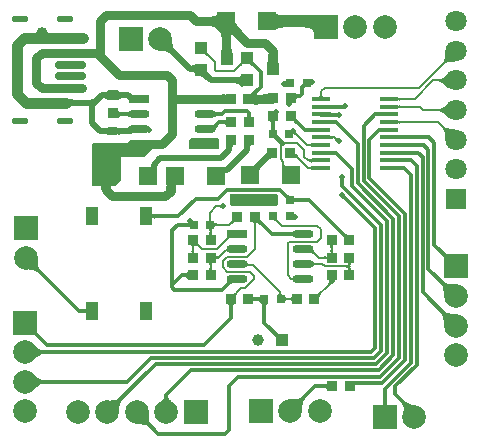
<source format=gbr>
G04*
G04 #@! TF.GenerationSoftware,Altium Limited,Altium Designer,22.4.2 (48)*
G04*
G04 Layer_Physical_Order=1*
G04 Layer_Color=255*
%FSLAX25Y25*%
%MOIN*%
G70*
G04*
G04 #@! TF.SameCoordinates,BD52291B-EC81-4074-921C-677567915CDC*
G04*
G04*
G04 #@! TF.FilePolarity,Positive*
G04*
G01*
G75*
%ADD10C,0.00787*%
%ADD11C,0.01181*%
%ADD13C,0.01575*%
%ADD21R,0.03937X0.05906*%
%ADD22R,0.07087X0.02559*%
%ADD23O,0.07087X0.02559*%
%ADD24R,0.03000X0.03000*%
%ADD25R,0.03543X0.03543*%
%ADD26R,0.06000X0.06000*%
%ADD27R,0.03937X0.03937*%
%ADD28R,0.03000X0.03000*%
%ADD29R,0.06299X0.01575*%
%ADD30R,0.03543X0.03543*%
%ADD31R,0.05906X0.06299*%
%ADD32C,0.03543*%
%ADD33C,0.03150*%
%ADD34C,0.02756*%
%ADD44R,0.03937X0.03937*%
%ADD55C,0.03937*%
%ADD56C,0.01968*%
%ADD57R,0.07874X0.07874*%
%ADD58C,0.07874*%
%ADD59C,0.07087*%
%ADD60R,0.07087X0.07087*%
%ADD61R,0.07874X0.07874*%
%ADD62C,0.03937*%
G04:AMPARAMS|DCode=63|XSize=55.12mil|YSize=19.68mil|CornerRadius=4.92mil|HoleSize=0mil|Usage=FLASHONLY|Rotation=0.000|XOffset=0mil|YOffset=0mil|HoleType=Round|Shape=RoundedRectangle|*
%AMROUNDEDRECTD63*
21,1,0.05512,0.00984,0,0,0.0*
21,1,0.04528,0.01968,0,0,0.0*
1,1,0.00984,0.02264,-0.00492*
1,1,0.00984,-0.02264,-0.00492*
1,1,0.00984,-0.02264,0.00492*
1,1,0.00984,0.02264,0.00492*
%
%ADD63ROUNDEDRECTD63*%
%ADD64C,0.01968*%
G36*
X91610Y140590D02*
X91728Y140416D01*
X91925Y140263D01*
X92201Y140131D01*
X92555Y140019D01*
X92988Y139927D01*
X93500Y139856D01*
X94090Y139805D01*
X95508Y139764D01*
Y135827D01*
X94760Y135817D01*
X92988Y135664D01*
X92555Y135572D01*
X92201Y135460D01*
X91925Y135327D01*
X91728Y135174D01*
X91610Y135001D01*
X91571Y134807D01*
Y140783D01*
X91610Y140590D01*
D02*
G37*
G36*
X104343Y139752D02*
X104355Y133858D01*
X104314Y134232D01*
X104195Y134567D01*
X103998Y134862D01*
X103721Y135118D01*
X103366Y135335D01*
X102931Y135512D01*
X102418Y135650D01*
X101826Y135748D01*
X101155Y135807D01*
X100406Y135827D01*
Y139764D01*
X104343Y139752D01*
D02*
G37*
G36*
X72095Y134807D02*
X73616D01*
X78071Y139261D01*
X77893Y139016D01*
X77803Y138727D01*
Y138393D01*
X77893Y138014D01*
X78071Y137591D01*
X78338Y137124D01*
X78694Y136611D01*
X79140Y136055D01*
X80298Y134807D01*
X78071Y132580D01*
X77425Y133204D01*
X76921Y133630D01*
X76837Y133264D01*
X76769Y132791D01*
X76728Y132256D01*
X76715Y131658D01*
X73565D01*
X73550Y132256D01*
X73506Y132791D01*
X73433Y133264D01*
X73330Y133673D01*
X73197Y134020D01*
X73036Y134303D01*
X72845Y134524D01*
X72624Y134681D01*
X72374Y134776D01*
X72095Y134807D01*
X72063Y135076D01*
X71969Y135316D01*
X71811Y135528D01*
X71591Y135712D01*
X71307Y135867D01*
X70961Y135994D01*
X70551Y136093D01*
X70079Y136164D01*
X69544Y136206D01*
X68945Y136221D01*
Y139370D01*
X69544Y139384D01*
X70079Y139427D01*
X70551Y139497D01*
X70961Y139596D01*
X71307Y139723D01*
X71591Y139879D01*
X71811Y140063D01*
X71969Y140275D01*
X72063Y140515D01*
X72095Y140783D01*
Y134807D01*
D02*
G37*
G36*
X76719Y129704D02*
X76872Y127657D01*
X76930Y127437D01*
X76995Y127279D01*
X77070Y127185D01*
X77153Y127153D01*
X73240D01*
X73302Y127185D01*
X73357Y127279D01*
X73406Y127437D01*
X73448Y127657D01*
X73484Y127941D01*
X73536Y128697D01*
X73565Y130303D01*
X76715D01*
X76719Y129704D01*
D02*
G37*
G36*
X57093Y131368D02*
X57177Y130482D01*
X57254Y130079D01*
X57355Y129702D01*
X57480Y129353D01*
X57627Y129030D01*
X57798Y128733D01*
X57993Y128463D01*
X58211Y128220D01*
X56819Y126828D01*
X56576Y127046D01*
X56306Y127241D01*
X56010Y127412D01*
X55687Y127560D01*
X55337Y127684D01*
X54961Y127785D01*
X54558Y127862D01*
X54128Y127916D01*
X53672Y127946D01*
X53189Y127953D01*
X57086Y131850D01*
X57093Y131368D01*
D02*
G37*
G36*
X68437Y128034D02*
X68415Y127962D01*
X68417Y127879D01*
X68440Y127785D01*
X68486Y127680D01*
X68554Y127562D01*
X68644Y127434D01*
X68757Y127294D01*
X69049Y126980D01*
X68492Y126424D01*
X68329Y126581D01*
X68038Y126828D01*
X67910Y126918D01*
X67793Y126987D01*
X67687Y127032D01*
X67593Y127056D01*
X67510Y127057D01*
X67439Y127036D01*
X67378Y126992D01*
X68480Y128094D01*
X68437Y128034D01*
D02*
G37*
G36*
X81890Y125000D02*
X81875Y124992D01*
X81845Y124967D01*
X81735Y124866D01*
X81022Y124166D01*
X80465Y124723D01*
X81299Y125591D01*
X81890Y125000D01*
D02*
G37*
G36*
X92130Y126358D02*
X92263Y124311D01*
X92313Y124090D01*
X92370Y123933D01*
X92435Y123838D01*
X92508Y123807D01*
X88595D01*
X88667Y123838D01*
X88732Y123933D01*
X88789Y124090D01*
X88839Y124311D01*
X88881Y124594D01*
X88942Y125350D01*
X88976Y126956D01*
X92126D01*
X92130Y126358D01*
D02*
G37*
G36*
X151539Y124410D02*
X150977Y124408D01*
X149548Y124307D01*
X149159Y124242D01*
X148812Y124161D01*
X148509Y124065D01*
X148250Y123953D01*
X148033Y123825D01*
X147860Y123681D01*
X147303Y124238D01*
X147447Y124411D01*
X147575Y124627D01*
X147687Y124887D01*
X147783Y125190D01*
X147864Y125537D01*
X147929Y125926D01*
X148012Y126835D01*
X148030Y127355D01*
X148032Y127917D01*
X151539Y124410D01*
D02*
G37*
G36*
X81047Y123634D02*
X80986Y123679D01*
X80913Y123701D01*
X80830D01*
X80735Y123679D01*
X80629Y123634D01*
X80512Y123567D01*
X80384Y123478D01*
X80245Y123367D01*
X79933Y123077D01*
X79377Y123634D01*
X79532Y123795D01*
X79777Y124085D01*
X79866Y124213D01*
X79933Y124330D01*
X79978Y124436D01*
X80000Y124530D01*
Y124614D01*
X79978Y124686D01*
X79933Y124748D01*
X81047Y123634D01*
D02*
G37*
G36*
X83769Y125214D02*
X83736Y125106D01*
X83738Y124981D01*
X83772Y124840D01*
X83840Y124681D01*
X83942Y124505D01*
X84076Y124313D01*
X84245Y124104D01*
X84681Y123634D01*
X83846Y122799D01*
X83603Y123034D01*
X83167Y123404D01*
X82975Y123539D01*
X82799Y123640D01*
X82641Y123708D01*
X82499Y123743D01*
X82375Y123744D01*
X82267Y123712D01*
X82176Y123646D01*
X83834Y125304D01*
X83769Y125214D01*
D02*
G37*
G36*
X64579Y120460D02*
X64563Y120579D01*
X64515Y120685D01*
X64434Y120778D01*
X64322Y120860D01*
X64177Y120928D01*
X64000Y120984D01*
X63791Y121028D01*
X63550Y121059D01*
X63277Y121078D01*
X62971Y121084D01*
Y123053D01*
X63277Y123056D01*
X64000Y123110D01*
X64177Y123143D01*
X64322Y123182D01*
X64434Y123229D01*
X64515Y123283D01*
X64563Y123345D01*
X64579Y123413D01*
Y120460D01*
D02*
G37*
G36*
X68370Y122128D02*
X68316Y121949D01*
X68317Y121741D01*
X68374Y121505D01*
X68487Y121241D01*
X68655Y120949D01*
X68879Y120629D01*
X69158Y120281D01*
X69884Y119500D01*
X68492Y118108D01*
X68088Y118499D01*
X67363Y119113D01*
X67043Y119337D01*
X66751Y119505D01*
X66487Y119618D01*
X66251Y119675D01*
X66043Y119676D01*
X65864Y119622D01*
X65712Y119512D01*
X68480Y122280D01*
X68370Y122128D01*
D02*
G37*
G36*
X79933Y116154D02*
X79914Y116339D01*
X79855Y116504D01*
X79756Y116650D01*
X79618Y116776D01*
X79441Y116883D01*
X79225Y116970D01*
X78969Y117039D01*
X78673Y117087D01*
X78339Y117116D01*
X77965Y117126D01*
Y119095D01*
X78339Y119104D01*
X78673Y119133D01*
X78969Y119182D01*
X79225Y119250D01*
X79441Y119338D01*
X79618Y119445D01*
X79756Y119571D01*
X79855Y119717D01*
X79914Y119882D01*
X79933Y120067D01*
Y116154D01*
D02*
G37*
G36*
X149044Y115630D02*
X148645Y116026D01*
X147564Y116965D01*
X147242Y117195D01*
X146941Y117383D01*
X146658Y117529D01*
X146395Y117633D01*
X146151Y117696D01*
X145927Y117717D01*
Y118504D01*
X146151Y118525D01*
X146395Y118587D01*
X146658Y118692D01*
X146941Y118838D01*
X147242Y119026D01*
X147564Y119255D01*
X148265Y119839D01*
X148645Y120194D01*
X149044Y120591D01*
Y115630D01*
D02*
G37*
G36*
X86157Y114653D02*
X85758Y114246D01*
X85055Y113437D01*
X85783Y113402D01*
X86483Y113395D01*
X88201Y113531D01*
X88484Y113594D01*
X88705Y113669D01*
X88862Y113756D01*
X88957Y113854D01*
X88988Y113964D01*
Y110445D01*
X87390Y110339D01*
Y110236D01*
X86791Y110234D01*
X84272Y110087D01*
X84240Y110051D01*
Y112368D01*
X84139Y112161D01*
X84131Y112134D01*
X84130Y112099D01*
X84162Y111991D01*
X84228Y111900D01*
X84096Y112032D01*
X84076Y111972D01*
X84055Y111810D01*
X82479Y113386D01*
X82641Y113407D01*
X82701Y113427D01*
X82570Y113559D01*
X82660Y113493D01*
X82768Y113461D01*
X82804Y113461D01*
X82830Y113470D01*
X83047Y113575D01*
X83290Y113722D01*
X83561Y113912D01*
X84184Y114416D01*
X84915Y115089D01*
X85322Y115488D01*
X86157Y114653D01*
D02*
G37*
G36*
X107091Y113320D02*
X107102Y113184D01*
X107122Y113065D01*
X107150Y112961D01*
X107185Y112873D01*
X107228Y112801D01*
X107280Y112745D01*
X107339Y112705D01*
X107405Y112681D01*
X107480Y112673D01*
X105905D01*
X105980Y112681D01*
X106047Y112705D01*
X106106Y112745D01*
X106158Y112801D01*
X106201Y112873D01*
X106236Y112961D01*
X106264Y113065D01*
X106283Y113184D01*
X106295Y113320D01*
X106299Y113472D01*
X107087D01*
X107091Y113320D01*
D02*
G37*
G36*
X98425Y113874D02*
X98460Y113793D01*
X98519Y113721D01*
X98602Y113659D01*
X98708Y113606D01*
X98838Y113564D01*
X98992Y113530D01*
X99169Y113506D01*
X99370Y113492D01*
X99594Y113487D01*
Y112306D01*
X99368Y112300D01*
X99166Y112282D01*
X98987Y112253D01*
X98832Y112212D01*
X98701Y112158D01*
X98594Y112093D01*
X98510Y112017D01*
X98450Y111928D01*
X98414Y111828D01*
X98401Y111715D01*
X98413Y113964D01*
X98425Y113874D01*
D02*
G37*
G36*
X39181Y114801D02*
X39240Y114670D01*
X39338Y114553D01*
X39476Y114452D01*
X39653Y114367D01*
X39870Y114297D01*
X40126Y114243D01*
X40421Y114204D01*
X40756Y114181D01*
X41130Y114173D01*
Y112205D01*
X40756Y112197D01*
X40126Y112135D01*
X39870Y112081D01*
X39653Y112011D01*
X39476Y111926D01*
X39338Y111825D01*
X39240Y111708D01*
X39181Y111577D01*
X39161Y111429D01*
Y114949D01*
X39181Y114801D01*
D02*
G37*
G36*
X35642Y111429D02*
X35622Y111577D01*
X35563Y111708D01*
X35465Y111825D01*
X35327Y111926D01*
X35150Y112011D01*
X34933Y112081D01*
X34677Y112135D01*
X34382Y112174D01*
X34047Y112197D01*
X33673Y112205D01*
Y114173D01*
X34047Y114181D01*
X34677Y114243D01*
X34933Y114297D01*
X35150Y114367D01*
X35327Y114452D01*
X35465Y114553D01*
X35563Y114670D01*
X35622Y114801D01*
X35642Y114949D01*
Y111429D01*
D02*
G37*
G36*
X132673Y112612D02*
X132697Y112547D01*
X132736Y112490D01*
X132791Y112441D01*
X132862Y112399D01*
X132949Y112364D01*
X133051Y112338D01*
X133169Y112318D01*
X133303Y112307D01*
X133453Y112303D01*
Y111516D01*
X133303Y111512D01*
X133169Y111501D01*
X133051Y111481D01*
X132949Y111455D01*
X132862Y111420D01*
X132791Y111378D01*
X132736Y111329D01*
X132697Y111272D01*
X132673Y111207D01*
X132665Y111134D01*
Y112685D01*
X132673Y112612D01*
D02*
G37*
G36*
X74815Y110051D02*
X74784Y110088D01*
X74689Y110122D01*
X74532Y110151D01*
X74311Y110176D01*
X73681Y110215D01*
X71666Y110246D01*
Y113396D01*
X72264Y113397D01*
X74784Y113537D01*
X74815Y113571D01*
Y110051D01*
D02*
G37*
G36*
X31877Y110013D02*
X31181Y110709D01*
X28805Y111693D01*
X29193Y111707D01*
X29569Y111749D01*
X29934Y111818D01*
X30288Y111916D01*
X30629Y112041D01*
X30960Y112194D01*
X31278Y112375D01*
X31585Y112584D01*
X31881Y112820D01*
X32165Y113085D01*
X31877Y110013D01*
D02*
G37*
G36*
X22992Y111911D02*
X23142Y111865D01*
X23358Y111825D01*
X23637Y111790D01*
X24390Y111736D01*
X26670Y111693D01*
Y109724D01*
X26003Y109722D01*
X23142Y109552D01*
X22992Y109506D01*
X22906Y109455D01*
Y111962D01*
X22992Y111911D01*
D02*
G37*
G36*
X113899Y108726D02*
X113876Y108741D01*
X113844Y108756D01*
X113801Y108768D01*
X113749Y108779D01*
X113686Y108788D01*
X113533Y108801D01*
X113228Y108809D01*
X113154Y109990D01*
X113265Y109991D01*
X113612Y110018D01*
X113675Y110030D01*
X113728Y110045D01*
X113772Y110062D01*
X113806Y110081D01*
X113830Y110102D01*
X113899Y108726D01*
D02*
G37*
G36*
X132673Y110053D02*
X132697Y109988D01*
X132736Y109931D01*
X132791Y109881D01*
X132862Y109839D01*
X132949Y109805D01*
X133051Y109778D01*
X133169Y109759D01*
X133303Y109748D01*
X133453Y109744D01*
Y108957D01*
X133303Y108953D01*
X133169Y108941D01*
X133051Y108922D01*
X132949Y108896D01*
X132862Y108861D01*
X132791Y108819D01*
X132736Y108770D01*
X132697Y108712D01*
X132673Y108648D01*
X132665Y108575D01*
Y110126D01*
X132673Y110053D01*
D02*
G37*
G36*
X109842Y110100D02*
X109878Y110077D01*
X109937Y110057D01*
X110020Y110039D01*
X110126Y110024D01*
X110409Y110002D01*
X111012Y109990D01*
Y108809D01*
X110787Y108807D01*
X110256Y108772D01*
X110126Y108750D01*
X110020Y108725D01*
X109937Y108694D01*
X109878Y108659D01*
X109842Y108619D01*
X109830Y108575D01*
Y110126D01*
X109842Y110100D01*
D02*
G37*
G36*
X111862Y106040D02*
X111837Y106061D01*
X111803Y106080D01*
X111759Y106097D01*
X111706Y106111D01*
X111644Y106124D01*
X111571Y106134D01*
X111398Y106147D01*
X111186Y106152D01*
X111260Y107333D01*
X111371Y107334D01*
X111780Y107363D01*
X111832Y107374D01*
X111875Y107386D01*
X111908Y107400D01*
X111931Y107416D01*
X111862Y106040D01*
D02*
G37*
G36*
X126390Y106016D02*
X126378Y106051D01*
X126343Y106082D01*
X126284Y106110D01*
X126201Y106134D01*
X126095Y106155D01*
X125965Y106171D01*
X125634Y106193D01*
X125209Y106201D01*
Y107382D01*
X125433Y107384D01*
X126095Y107428D01*
X126201Y107448D01*
X126284Y107473D01*
X126343Y107500D01*
X126378Y107532D01*
X126390Y107567D01*
Y106016D01*
D02*
G37*
G36*
X109842Y107522D02*
X109878Y107483D01*
X109937Y107447D01*
X110020Y107417D01*
X110126Y107391D01*
X110256Y107370D01*
X110409Y107354D01*
X110787Y107335D01*
X111012Y107333D01*
Y106152D01*
X110787Y106150D01*
X110020Y106103D01*
X109937Y106085D01*
X109878Y106065D01*
X109842Y106042D01*
X109830Y106016D01*
Y107567D01*
X109842Y107522D01*
D02*
G37*
G36*
X83274Y106848D02*
X83291Y106645D01*
X83321Y106466D01*
X83362Y106311D01*
X83415Y106180D01*
X83480Y106072D01*
X83557Y105989D01*
X83646Y105929D01*
X83746Y105893D01*
X83858Y105882D01*
X81496D01*
X81608Y105893D01*
X81709Y105929D01*
X81797Y105989D01*
X81874Y106072D01*
X81939Y106180D01*
X81992Y106311D01*
X82033Y106466D01*
X82063Y106645D01*
X82081Y106848D01*
X82087Y107075D01*
X83268D01*
X83274Y106848D01*
D02*
G37*
G36*
X149044Y105787D02*
X148645Y106184D01*
X147564Y107123D01*
X147242Y107352D01*
X146941Y107540D01*
X146658Y107686D01*
X146395Y107791D01*
X146151Y107853D01*
X145927Y107874D01*
Y108661D01*
X146151Y108682D01*
X146395Y108745D01*
X146658Y108849D01*
X146941Y108995D01*
X147242Y109183D01*
X147564Y109413D01*
X148265Y109997D01*
X148645Y110352D01*
X149044Y110748D01*
Y105787D01*
D02*
G37*
G36*
X71151Y107840D02*
X71295Y107752D01*
X71446Y107674D01*
X71604Y107607D01*
X71767Y107550D01*
X71937Y107504D01*
X72114Y107468D01*
X72297Y107442D01*
X72487Y107426D01*
X72682Y107421D01*
Y106240D01*
X72487Y106235D01*
X72297Y106219D01*
X72114Y106194D01*
X71937Y106158D01*
X71767Y106111D01*
X71604Y106054D01*
X71446Y105987D01*
X71295Y105910D01*
X71151Y105822D01*
X71013Y105724D01*
Y107938D01*
X71151Y107840D01*
D02*
G37*
G36*
X43160Y105724D02*
X43022Y105822D01*
X42878Y105910D01*
X42727Y105987D01*
X42570Y106054D01*
X42406Y106111D01*
X42236Y106158D01*
X42059Y106194D01*
X41876Y106219D01*
X41687Y106235D01*
X41491Y106240D01*
Y107421D01*
X41687Y107426D01*
X41876Y107442D01*
X42059Y107468D01*
X42236Y107504D01*
X42406Y107550D01*
X42570Y107607D01*
X42727Y107674D01*
X42878Y107752D01*
X43022Y107840D01*
X43160Y107938D01*
Y105724D01*
D02*
G37*
G36*
X39173Y107900D02*
X39208Y107799D01*
X39268Y107711D01*
X39350Y107634D01*
X39456Y107569D01*
X39586Y107516D01*
X39740Y107474D01*
X39917Y107445D01*
X40118Y107427D01*
X40342Y107421D01*
Y106240D01*
X40118Y106234D01*
X39917Y106217D01*
X39740Y106187D01*
X39586Y106146D01*
X39456Y106093D01*
X39350Y106028D01*
X39268Y105951D01*
X39208Y105862D01*
X39173Y105762D01*
X39161Y105650D01*
Y108012D01*
X39173Y107900D01*
D02*
G37*
G36*
X98336Y106119D02*
X98303Y106011D01*
X98305Y105887D01*
X98339Y105745D01*
X98407Y105587D01*
X98509Y105411D01*
X98643Y105219D01*
X98812Y105009D01*
X99248Y104540D01*
X98413Y103704D01*
X98170Y103939D01*
X97734Y104309D01*
X97542Y104444D01*
X97366Y104546D01*
X97208Y104614D01*
X97066Y104648D01*
X96941Y104649D01*
X96834Y104617D01*
X96743Y104552D01*
X98401Y106210D01*
X98336Y106119D01*
D02*
G37*
G36*
X132673Y104935D02*
X132697Y104870D01*
X132736Y104813D01*
X132791Y104763D01*
X132862Y104721D01*
X132949Y104687D01*
X133051Y104660D01*
X133169Y104641D01*
X133303Y104630D01*
X133453Y104626D01*
Y103839D01*
X133303Y103835D01*
X133169Y103823D01*
X133051Y103804D01*
X132949Y103778D01*
X132862Y103743D01*
X132791Y103701D01*
X132736Y103651D01*
X132697Y103594D01*
X132673Y103529D01*
X132665Y103457D01*
Y105008D01*
X132673Y104935D01*
D02*
G37*
G36*
X109842Y104973D02*
X109878Y104941D01*
X109937Y104913D01*
X110020Y104889D01*
X110126Y104869D01*
X110256Y104852D01*
X110586Y104830D01*
X111012Y104823D01*
Y103642D01*
X110787Y103640D01*
X110126Y103595D01*
X110020Y103575D01*
X109937Y103551D01*
X109878Y103523D01*
X109842Y103492D01*
X109830Y103457D01*
Y105008D01*
X109842Y104973D01*
D02*
G37*
G36*
X91676Y104540D02*
X91576Y104504D01*
X91487Y104444D01*
X91410Y104361D01*
X91345Y104253D01*
X91292Y104122D01*
X91251Y103967D01*
X91221Y103788D01*
X91203Y103585D01*
X91198Y103358D01*
X90017D01*
X90011Y103585D01*
X89993Y103788D01*
X89963Y103967D01*
X89922Y104122D01*
X89869Y104253D01*
X89804Y104361D01*
X89727Y104444D01*
X89639Y104504D01*
X89538Y104540D01*
X89426Y104552D01*
X91788D01*
X91676Y104540D01*
D02*
G37*
G36*
X72424Y103045D02*
X72289Y102903D01*
X72166Y102758D01*
X72055Y102611D01*
X71956Y102460D01*
X71868Y102307D01*
X71793Y102151D01*
X71729Y101992D01*
X71677Y101831D01*
X71637Y101667D01*
X71609Y101500D01*
X69982Y103097D01*
X70073Y103032D01*
X70179Y102998D01*
X70301Y102996D01*
X70439Y103027D01*
X70591Y103089D01*
X70760Y103183D01*
X70944Y103310D01*
X71143Y103468D01*
X71358Y103658D01*
X71589Y103881D01*
X72424Y103045D01*
D02*
G37*
G36*
X75012Y102953D02*
X75000Y103065D01*
X74965Y103165D01*
X74906Y103254D01*
X74823Y103331D01*
X74717Y103396D01*
X74587Y103449D01*
X74433Y103490D01*
X74256Y103520D01*
X74055Y103537D01*
X73831Y103543D01*
Y104724D01*
X74055Y104730D01*
X74256Y104748D01*
X74433Y104778D01*
X74587Y104819D01*
X74717Y104872D01*
X74823Y104937D01*
X74906Y105014D01*
X74965Y105102D01*
X75000Y105203D01*
X75012Y105315D01*
Y102953D01*
D02*
G37*
G36*
X43468Y100596D02*
X43617Y100519D01*
X43672Y100450D01*
X43633Y100389D01*
X43500Y100337D01*
X43274Y100292D01*
X42954Y100256D01*
X42032Y100207D01*
X40865Y100193D01*
Y100191D01*
X40490Y100186D01*
X39605Y100110D01*
X39388Y100065D01*
X39211Y100010D01*
X39073Y99944D01*
X38975Y99869D01*
X38916Y99783D01*
X38896Y99687D01*
Y102663D01*
X38916Y102568D01*
X38975Y102482D01*
X39073Y102406D01*
X39211Y102341D01*
X39388Y102285D01*
X39605Y102240D01*
X39861Y102205D01*
X40490Y102164D01*
X40688Y102162D01*
X40900Y102167D01*
X41194Y102191D01*
X41477Y102229D01*
X41750Y102284D01*
X42012Y102354D01*
X42263Y102440D01*
X42503Y102541D01*
X42733Y102658D01*
X42952Y102790D01*
X43160Y102938D01*
X43468Y100596D01*
D02*
G37*
G36*
X91203Y102836D02*
X91221Y102633D01*
X91251Y102454D01*
X91292Y102299D01*
X91345Y102168D01*
X91410Y102061D01*
X91487Y101977D01*
X91576Y101917D01*
X91676Y101882D01*
X91788Y101870D01*
X89426D01*
X89538Y101882D01*
X89639Y101917D01*
X89727Y101977D01*
X89804Y102061D01*
X89869Y102168D01*
X89922Y102299D01*
X89963Y102454D01*
X89993Y102633D01*
X90011Y102836D01*
X90017Y103063D01*
X91198D01*
X91203Y102836D01*
D02*
G37*
G36*
X103555Y100898D02*
X103543Y100933D01*
X103508Y100964D01*
X103449Y100992D01*
X103366Y101016D01*
X103260Y101037D01*
X103130Y101053D01*
X102799Y101075D01*
X102374Y101083D01*
Y102264D01*
X102599Y102266D01*
X103260Y102310D01*
X103366Y102330D01*
X103449Y102354D01*
X103508Y102382D01*
X103543Y102413D01*
X103555Y102449D01*
Y100898D01*
D02*
G37*
G36*
X97551Y101786D02*
X97567Y101695D01*
X97595Y101602D01*
X97634Y101506D01*
X97684Y101407D01*
X97746Y101307D01*
X97818Y101204D01*
X97901Y101098D01*
X98023Y100966D01*
X98228Y101171D01*
X98231Y101089D01*
X98241Y101008D01*
X98258Y100929D01*
X98282Y100850D01*
X98314Y100773D01*
X98352Y100697D01*
X98398Y100622D01*
X98451Y100548D01*
X98511Y100475D01*
X98578Y100404D01*
X98102Y99928D01*
Y99766D01*
X97994Y99868D01*
X97898Y99948D01*
X97813Y100004D01*
X97739Y100038D01*
X97677Y100049D01*
X97626Y100038D01*
X97586Y100004D01*
X97557Y99948D01*
X97539Y99868D01*
X97533Y99766D01*
X97535Y100155D01*
X97497Y100167D01*
X97417Y100184D01*
X97336Y100194D01*
X97254Y100197D01*
X97537Y100480D01*
X97545Y101875D01*
X97551Y101786D01*
D02*
G37*
G36*
X35920Y99687D02*
X35900Y99783D01*
X35841Y99869D01*
X35743Y99944D01*
X35605Y100010D01*
X35428Y100065D01*
X35211Y100110D01*
X34955Y100146D01*
X34326Y100186D01*
X33952Y100191D01*
Y102160D01*
X34326Y102164D01*
X35211Y102240D01*
X35428Y102285D01*
X35605Y102341D01*
X35743Y102406D01*
X35841Y102482D01*
X35900Y102568D01*
X35920Y102663D01*
Y99687D01*
D02*
G37*
G36*
X148033Y102553D02*
X148250Y102425D01*
X148509Y102313D01*
X148812Y102217D01*
X149159Y102136D01*
X149548Y102071D01*
X150457Y101988D01*
X150977Y101970D01*
X151539Y101968D01*
X148032Y98461D01*
X148030Y99023D01*
X147929Y100452D01*
X147864Y100841D01*
X147783Y101188D01*
X147687Y101491D01*
X147575Y101750D01*
X147447Y101967D01*
X147303Y102140D01*
X147860Y102697D01*
X148033Y102553D01*
D02*
G37*
G36*
X132677Y99854D02*
X132712Y99823D01*
X132772Y99795D01*
X132854Y99771D01*
X132960Y99751D01*
X133090Y99734D01*
X133421Y99712D01*
X133846Y99705D01*
Y98524D01*
X133622Y98522D01*
X132960Y98477D01*
X132854Y98457D01*
X132772Y98433D01*
X132712Y98405D01*
X132677Y98374D01*
X132665Y98339D01*
Y99890D01*
X132677Y99854D01*
D02*
G37*
G36*
X109838Y99817D02*
X109862Y99752D01*
X109901Y99695D01*
X109957Y99645D01*
X110027Y99603D01*
X110114Y99569D01*
X110216Y99542D01*
X110335Y99523D01*
X110468Y99512D01*
X110618Y99508D01*
Y98721D01*
X110468Y98717D01*
X110335Y98705D01*
X110216Y98686D01*
X110114Y98659D01*
X110027Y98625D01*
X109957Y98583D01*
X109901Y98533D01*
X109862Y98476D01*
X109838Y98411D01*
X109830Y98339D01*
Y99890D01*
X109838Y99817D01*
D02*
G37*
G36*
X111686Y99186D02*
X111759Y99127D01*
X111833Y99077D01*
X111907Y99037D01*
X111982Y99006D01*
X112057Y98984D01*
X112133Y98971D01*
X112209Y98967D01*
X112286Y98973D01*
X112363Y98987D01*
X111638Y97815D01*
X111618Y97892D01*
X111593Y97969D01*
X111562Y98044D01*
X111527Y98119D01*
X111486Y98193D01*
X111439Y98266D01*
X111388Y98339D01*
X111269Y98481D01*
X111202Y98552D01*
X111614Y99253D01*
X111686Y99186D01*
D02*
G37*
G36*
X92006Y101010D02*
X91961Y100865D01*
Y100698D01*
X92006Y100509D01*
X92095Y100298D01*
X92229Y100064D01*
X92407Y99808D01*
X92630Y99529D01*
X93209Y98906D01*
X92095Y97792D01*
X91772Y98104D01*
X91193Y98594D01*
X90937Y98772D01*
X90703Y98906D01*
X90492Y98995D01*
X90302Y99039D01*
X90135D01*
X89991Y98995D01*
X89868Y98906D01*
X92095Y101133D01*
X92006Y101010D01*
D02*
G37*
G36*
X132677Y97295D02*
X132712Y97264D01*
X132772Y97236D01*
X132854Y97212D01*
X132960Y97192D01*
X133090Y97175D01*
X133421Y97153D01*
X133846Y97146D01*
Y95965D01*
X133622Y95963D01*
X132960Y95918D01*
X132854Y95898D01*
X132772Y95874D01*
X132712Y95846D01*
X132677Y95815D01*
X132665Y95780D01*
Y97330D01*
X132677Y97295D01*
D02*
G37*
G36*
X103555Y95780D02*
X103548Y95852D01*
X103524Y95917D01*
X103484Y95974D01*
X103429Y96024D01*
X103358Y96066D01*
X103272Y96100D01*
X103170Y96127D01*
X103051Y96146D01*
X102918Y96158D01*
X102768Y96161D01*
Y96949D01*
X102918Y96953D01*
X103051Y96964D01*
X103170Y96983D01*
X103272Y97010D01*
X103358Y97044D01*
X103429Y97086D01*
X103484Y97136D01*
X103524Y97193D01*
X103548Y97258D01*
X103555Y97330D01*
Y95780D01*
D02*
G37*
G36*
X72835Y98425D02*
Y95669D01*
X72441Y95276D01*
X62992D01*
X62598Y95669D01*
Y98425D01*
X63386Y98819D01*
X72441D01*
X72835Y98425D01*
D02*
G37*
G36*
X83395Y96466D02*
X83323Y96423D01*
X83259Y96352D01*
X83204Y96252D01*
X83157Y96124D01*
X83118Y95968D01*
X83088Y95783D01*
X83067Y95569D01*
X83050Y95058D01*
X81081D01*
X81080Y95326D01*
X81022Y96243D01*
X81001Y96342D01*
X80976Y96412D01*
X80949Y96455D01*
X80918Y96469D01*
X83477Y96481D01*
X83395Y96466D01*
D02*
G37*
G36*
X77490D02*
X77417Y96423D01*
X77353Y96352D01*
X77298Y96252D01*
X77251Y96124D01*
X77213Y95968D01*
X77183Y95783D01*
X77161Y95569D01*
X77144Y95058D01*
X75176D01*
X75174Y95326D01*
X75117Y96243D01*
X75096Y96342D01*
X75071Y96412D01*
X75043Y96455D01*
X75012Y96469D01*
X77571Y96481D01*
X77490Y96466D01*
D02*
G37*
G36*
X132677Y94736D02*
X132712Y94705D01*
X132772Y94677D01*
X132854Y94653D01*
X132960Y94633D01*
X133090Y94616D01*
X133421Y94594D01*
X133846Y94587D01*
Y93405D01*
X133622Y93404D01*
X132960Y93359D01*
X132854Y93339D01*
X132772Y93315D01*
X132712Y93287D01*
X132677Y93256D01*
X132665Y93221D01*
Y94771D01*
X132677Y94736D01*
D02*
G37*
G36*
X109842D02*
X109878Y94705D01*
X109937Y94677D01*
X110020Y94653D01*
X110126Y94633D01*
X110256Y94616D01*
X110586Y94594D01*
X111012Y94587D01*
Y93405D01*
X110787Y93404D01*
X110126Y93359D01*
X110020Y93339D01*
X109937Y93315D01*
X109878Y93287D01*
X109842Y93256D01*
X109830Y93221D01*
Y94771D01*
X109842Y94736D01*
D02*
G37*
G36*
X91182Y92347D02*
X91039Y92466D01*
X90865Y92527D01*
X90662Y92531D01*
X90429Y92477D01*
X90165Y92365D01*
X89872Y92196D01*
X89548Y91969D01*
X89195Y91685D01*
X88398Y90943D01*
X87203Y92532D01*
X87585Y92928D01*
X88188Y93641D01*
X88409Y93959D01*
X88576Y94250D01*
X88690Y94515D01*
X88749Y94755D01*
X88756Y94968D01*
X88708Y95155D01*
X88607Y95316D01*
X91182Y92347D01*
D02*
G37*
G36*
X98929Y92899D02*
X98954Y92868D01*
X99054Y92758D01*
X99755Y92045D01*
X99198Y91489D01*
X98329Y92323D01*
X98920Y92914D01*
X98929Y92899D01*
D02*
G37*
G36*
X132677Y92177D02*
X132712Y92146D01*
X132772Y92118D01*
X132854Y92094D01*
X132960Y92074D01*
X133090Y92057D01*
X133421Y92035D01*
X133846Y92028D01*
Y90847D01*
X133622Y90845D01*
X132960Y90800D01*
X132854Y90780D01*
X132772Y90756D01*
X132712Y90728D01*
X132677Y90697D01*
X132665Y90662D01*
Y92212D01*
X132677Y92177D01*
D02*
G37*
G36*
X103555Y90662D02*
X103548Y90734D01*
X103524Y90799D01*
X103484Y90856D01*
X103429Y90906D01*
X103358Y90948D01*
X103272Y90982D01*
X103170Y91009D01*
X103051Y91028D01*
X102918Y91040D01*
X102768Y91043D01*
Y91831D01*
X102918Y91834D01*
X103051Y91846D01*
X103170Y91865D01*
X103272Y91892D01*
X103358Y91926D01*
X103429Y91968D01*
X103484Y92018D01*
X103524Y92075D01*
X103548Y92140D01*
X103555Y92212D01*
Y90662D01*
D02*
G37*
G36*
X94492Y90390D02*
X94504Y90256D01*
X94524Y90138D01*
X94551Y90035D01*
X94587Y89949D01*
X94630Y89878D01*
X94681Y89823D01*
X94740Y89783D01*
X94807Y89760D01*
X94882Y89752D01*
X93713D01*
X93711Y89760D01*
X93708Y89783D01*
X93704Y89949D01*
X93701Y90539D01*
X94488D01*
X94492Y90390D01*
D02*
G37*
G36*
X87207Y89752D02*
X86817Y89348D01*
X86204Y88624D01*
X85982Y88304D01*
X85815Y88012D01*
X85703Y87747D01*
X85648Y87511D01*
Y87302D01*
X85703Y87121D01*
X85815Y86968D01*
X83031Y89752D01*
X83184Y89640D01*
X83365Y89585D01*
X83574D01*
X83810Y89640D01*
X84075Y89752D01*
X84367Y89919D01*
X84687Y90141D01*
X85035Y90420D01*
X85815Y91144D01*
X87207Y89752D01*
D02*
G37*
G36*
X103567Y88189D02*
X103559Y88264D01*
X103534Y88331D01*
X103494Y88390D01*
X103438Y88441D01*
X103366Y88484D01*
X103278Y88520D01*
X103174Y88547D01*
X103055Y88567D01*
X102919Y88579D01*
X102768Y88583D01*
Y89370D01*
X102918Y89373D01*
X103170Y89396D01*
X103272Y89415D01*
X103358Y89441D01*
X103429Y89472D01*
X103484Y89509D01*
X103524Y89551D01*
X103548Y89600D01*
X103555Y89653D01*
X103567Y88189D01*
D02*
G37*
G36*
X132677Y89618D02*
X132712Y89586D01*
X132772Y89558D01*
X132854Y89533D01*
X132960Y89512D01*
X133090Y89496D01*
X133421Y89473D01*
X133846Y89466D01*
Y88284D01*
X133622Y88283D01*
X132960Y88239D01*
X132854Y88219D01*
X132772Y88195D01*
X132712Y88168D01*
X132677Y88137D01*
X132665Y88103D01*
Y89653D01*
X132677Y89618D01*
D02*
G37*
G36*
X114450Y85100D02*
X114433Y85066D01*
X114418Y85023D01*
X114406Y84970D01*
X114395Y84907D01*
X114379Y84753D01*
X114371Y84560D01*
X114370Y84449D01*
X113189D01*
X113188Y84560D01*
X113164Y84907D01*
X113154Y84970D01*
X113141Y85023D01*
X113126Y85066D01*
X113109Y85100D01*
X113091Y85124D01*
X114469D01*
X114450Y85100D01*
D02*
G37*
G36*
X50394Y97638D02*
Y95276D01*
X47638Y92520D01*
X40157D01*
Y85039D01*
X38189Y83071D01*
X36625D01*
X36624Y83067D01*
X36622Y83019D01*
X36614Y81496D01*
X33465D01*
X33453Y83071D01*
X30315D01*
Y96850D01*
X30709Y97244D01*
X42126D01*
X43307Y98425D01*
X49606D01*
X50394Y97638D01*
D02*
G37*
G36*
X58377Y83066D02*
X58354Y83015D01*
X58334Y82929D01*
X58316Y82809D01*
X58289Y82467D01*
X58269Y81697D01*
X58268Y81373D01*
X55118D01*
X55130Y83083D01*
X58403D01*
X58377Y83066D01*
D02*
G37*
G36*
X114672Y79786D02*
X114684Y79750D01*
X114704Y79709D01*
X114733Y79662D01*
X114769Y79610D01*
X114867Y79490D01*
X114998Y79348D01*
X115076Y79269D01*
X114241Y78434D01*
X114162Y78512D01*
X113900Y78740D01*
X113847Y78777D01*
X113801Y78805D01*
X113760Y78826D01*
X113724Y78838D01*
X113694Y78842D01*
X114668Y79816D01*
X114672Y79786D01*
D02*
G37*
G36*
X95218Y80429D02*
X95654Y80059D01*
X95846Y79924D01*
X96022Y79823D01*
X96181Y79755D01*
X96322Y79720D01*
X96447Y79719D01*
X96555Y79751D01*
X96645Y79817D01*
X94987Y78158D01*
X95053Y78249D01*
X95085Y78357D01*
X95084Y78481D01*
X95049Y78623D01*
X94981Y78782D01*
X94880Y78957D01*
X94745Y79150D01*
X94577Y79359D01*
X94140Y79829D01*
X94975Y80664D01*
X95218Y80429D01*
D02*
G37*
G36*
X97963Y79409D02*
X97998Y79309D01*
X98057Y79220D01*
X98140Y79144D01*
X98246Y79079D01*
X98376Y79026D01*
X98530Y78984D01*
X98707Y78955D01*
X98908Y78937D01*
X99132Y78931D01*
Y77750D01*
X98908Y77744D01*
X98707Y77726D01*
X98530Y77697D01*
X98376Y77656D01*
X98246Y77602D01*
X98140Y77537D01*
X98057Y77461D01*
X97998Y77372D01*
X97963Y77272D01*
X97951Y77160D01*
Y79522D01*
X97963Y79409D01*
D02*
G37*
G36*
X92520Y79921D02*
Y76772D01*
X92126Y76378D01*
X76772D01*
X76378Y76772D01*
Y80315D01*
X92126D01*
X92520Y79921D01*
D02*
G37*
G36*
X73465Y75562D02*
X73397Y75605D01*
X73325Y75643D01*
X73251Y75677D01*
X73173Y75706D01*
X73092Y75731D01*
X73007Y75751D01*
X72920Y75767D01*
X72829Y75778D01*
X72638Y75787D01*
X72461Y76575D01*
X72560Y76578D01*
X72653Y76588D01*
X72741Y76605D01*
X72822Y76629D01*
X72898Y76659D01*
X72968Y76696D01*
X73032Y76740D01*
X73090Y76791D01*
X73143Y76848D01*
X73189Y76912D01*
X73465Y75562D01*
D02*
G37*
G36*
X50984Y73904D02*
X51020Y73803D01*
X51079Y73715D01*
X51161Y73638D01*
X51267Y73573D01*
X51398Y73520D01*
X51551Y73478D01*
X51728Y73449D01*
X51929Y73431D01*
X52153Y73425D01*
Y72244D01*
X51929Y72238D01*
X51728Y72220D01*
X51551Y72191D01*
X51398Y72150D01*
X51267Y72097D01*
X51161Y72031D01*
X51079Y71955D01*
X51020Y71866D01*
X50984Y71766D01*
X50972Y71653D01*
Y74016D01*
X50984Y73904D01*
D02*
G37*
G36*
X70077Y72196D02*
X70089Y72060D01*
X70108Y71940D01*
X70136Y71836D01*
X70171Y71748D01*
X70215Y71676D01*
X70266Y71620D01*
X70325Y71580D01*
X70392Y71556D01*
X70467Y71548D01*
X68892D01*
X68967Y71556D01*
X69033Y71580D01*
X69093Y71620D01*
X69144Y71676D01*
X69187Y71748D01*
X69222Y71836D01*
X69250Y71940D01*
X69270Y72060D01*
X69282Y72196D01*
X69285Y72348D01*
X70073D01*
X70077Y72196D01*
D02*
G37*
G36*
X86328Y72458D02*
X86295Y72350D01*
X86297Y72225D01*
X86331Y72084D01*
X86399Y71925D01*
X86501Y71750D01*
X86636Y71557D01*
X86804Y71348D01*
X87240Y70878D01*
X86405Y70043D01*
X86162Y70278D01*
X85726Y70648D01*
X85534Y70783D01*
X85361Y70882D01*
X85358Y70882D01*
X85291Y70858D01*
X85232Y70818D01*
X85181Y70762D01*
X85138Y70690D01*
X85102Y70602D01*
X85075Y70498D01*
X85055Y70379D01*
X85043Y70243D01*
X85039Y70091D01*
X84252D01*
X84248Y70243D01*
X84236Y70379D01*
X84216Y70498D01*
X84189Y70602D01*
X84153Y70690D01*
X84110Y70762D01*
X84059Y70818D01*
X84000Y70858D01*
X83933Y70882D01*
X83858Y70890D01*
X84735D01*
X84861Y71017D01*
X84252D01*
X84228Y72220D01*
X85063D01*
X85059Y72204D01*
X85055Y72165D01*
X85048Y72016D01*
X85041Y71196D01*
X86393Y72549D01*
X86328Y72458D01*
D02*
G37*
G36*
X78094Y70890D02*
X78034Y70934D01*
X77962Y70955D01*
X77879Y70953D01*
X77785Y70930D01*
X77680Y70884D01*
X77562Y70816D01*
X77434Y70726D01*
X77294Y70613D01*
X76981Y70321D01*
X76424Y70878D01*
X76581Y71041D01*
X76828Y71332D01*
X76919Y71460D01*
X76986Y71577D01*
X77032Y71683D01*
X77056Y71777D01*
X77057Y71860D01*
X77036Y71931D01*
X76992Y71992D01*
X78094Y70890D01*
D02*
G37*
G36*
X91977Y72406D02*
X91956Y72334D01*
X91958Y72251D01*
X91981Y72157D01*
X92027Y72052D01*
X92095Y71934D01*
X92185Y71806D01*
X92298Y71666D01*
X92590Y71352D01*
X92033Y70796D01*
X91870Y70953D01*
X91579Y71200D01*
X91451Y71290D01*
X91334Y71359D01*
X91228Y71404D01*
X91134Y71428D01*
X91051Y71429D01*
X90979Y71408D01*
X90919Y71364D01*
X92021Y72466D01*
X91977Y72406D01*
D02*
G37*
G36*
X71163Y70785D02*
X71187Y70718D01*
X71227Y70659D01*
X71283Y70608D01*
X71355Y70565D01*
X71443Y70529D01*
X71547Y70502D01*
X71667Y70482D01*
X71803Y70470D01*
X71955Y70466D01*
Y69679D01*
X71803Y69675D01*
X71667Y69663D01*
X71547Y69643D01*
X71443Y69616D01*
X71355Y69580D01*
X71283Y69537D01*
X71227Y69486D01*
X71187Y69427D01*
X71163Y69360D01*
X71155Y69285D01*
Y70860D01*
X71163Y70785D01*
D02*
G37*
G36*
X62753Y68898D02*
X62741Y69010D01*
X62705Y69110D01*
X62646Y69199D01*
X62562Y69276D01*
X62455Y69340D01*
X62324Y69394D01*
X62169Y69435D01*
X61989Y69465D01*
X61787Y69482D01*
X61560Y69488D01*
Y70669D01*
X61787Y70675D01*
X61989Y70693D01*
X62169Y70722D01*
X62324Y70764D01*
X62455Y70817D01*
X62562Y70882D01*
X62646Y70959D01*
X62705Y71047D01*
X62741Y71148D01*
X62753Y71260D01*
Y68898D01*
D02*
G37*
G36*
X70595Y68577D02*
X70528Y68553D01*
X70468Y68514D01*
X70417Y68458D01*
X70374Y68388D01*
X70339Y68301D01*
X70311Y68199D01*
X70291Y68080D01*
X70280Y67947D01*
X70276Y67797D01*
X69488D01*
X69484Y67947D01*
X69472Y68080D01*
X69453Y68199D01*
X69425Y68301D01*
X69390Y68388D01*
X69346Y68458D01*
X69295Y68514D01*
X69236Y68553D01*
X69169Y68577D01*
X69095Y68584D01*
X70669D01*
X70595Y68577D01*
D02*
G37*
G36*
X70280Y67358D02*
X70291Y67224D01*
X70311Y67106D01*
X70339Y67004D01*
X70374Y66917D01*
X70417Y66846D01*
X70468Y66791D01*
X70528Y66752D01*
X70595Y66728D01*
X70669Y66720D01*
X69095D01*
X69169Y66728D01*
X69236Y66752D01*
X69295Y66791D01*
X69346Y66846D01*
X69390Y66917D01*
X69425Y67004D01*
X69453Y67106D01*
X69472Y67224D01*
X69484Y67358D01*
X69488Y67508D01*
X70276D01*
X70280Y67358D01*
D02*
G37*
G36*
X97884Y65822D02*
X97746Y65920D01*
X97602Y66008D01*
X97451Y66085D01*
X97294Y66153D01*
X97131Y66209D01*
X96960Y66256D01*
X96784Y66292D01*
X96601Y66318D01*
X96411Y66333D01*
X96215Y66339D01*
Y67520D01*
X96411Y67525D01*
X96601Y67540D01*
X96784Y67566D01*
X96960Y67602D01*
X97131Y67649D01*
X97294Y67706D01*
X97451Y67773D01*
X97602Y67850D01*
X97746Y67938D01*
X97884Y68036D01*
Y65822D01*
D02*
G37*
G36*
X114624Y67322D02*
X115059Y66954D01*
X115251Y66821D01*
X115426Y66720D01*
X115585Y66654D01*
X115727Y66620D01*
X115852D01*
X115961Y66654D01*
X116052Y66720D01*
X114382Y65050D01*
X114449Y65142D01*
X114482Y65250D01*
Y65376D01*
X114449Y65518D01*
X114382Y65676D01*
X114282Y65852D01*
X114148Y66044D01*
X113981Y66253D01*
X113547Y66720D01*
X114382Y67555D01*
X114624Y67322D01*
D02*
G37*
G36*
X65681Y64254D02*
X65660Y64183D01*
X65661Y64100D01*
X65684Y64006D01*
X65730Y63900D01*
X65798Y63783D01*
X65888Y63655D01*
X66001Y63515D01*
X66293Y63201D01*
X65736Y62644D01*
X65574Y62801D01*
X65282Y63049D01*
X65154Y63139D01*
X65037Y63207D01*
X64931Y63253D01*
X64837Y63276D01*
X64754Y63277D01*
X64683Y63256D01*
X64622Y63213D01*
X64764D01*
X64689Y63205D01*
X64622Y63181D01*
X64563Y63141D01*
X64512Y63085D01*
X64468Y63013D01*
X64433Y62925D01*
X64406Y62821D01*
X64386Y62701D01*
X64374Y62565D01*
X64370Y62414D01*
X63583D01*
X63579Y62565D01*
X63567Y62701D01*
X63547Y62821D01*
X63520Y62925D01*
X63484Y63013D01*
X63441Y63085D01*
X63390Y63141D01*
X63331Y63181D01*
X63264Y63205D01*
X63189Y63213D01*
X64622D01*
X65724Y64315D01*
X65681Y64254D01*
D02*
G37*
G36*
X110949Y63205D02*
X110882Y63181D01*
X110823Y63141D01*
X110772Y63085D01*
X110728Y63013D01*
X110693Y62925D01*
X110665Y62821D01*
X110646Y62701D01*
X110634Y62565D01*
X110630Y62414D01*
X109843D01*
X109839Y62565D01*
X109827Y62701D01*
X109807Y62821D01*
X109780Y62925D01*
X109744Y63013D01*
X109701Y63085D01*
X109650Y63141D01*
X109590Y63181D01*
X109524Y63205D01*
X109449Y63213D01*
X111024D01*
X110949Y63205D01*
D02*
G37*
G36*
X110634Y61453D02*
X110646Y61319D01*
X110665Y61201D01*
X110693Y61098D01*
X110728Y61012D01*
X110772Y60941D01*
X110823Y60886D01*
X110882Y60846D01*
X110949Y60823D01*
X111024Y60815D01*
X109449D01*
X109524Y60823D01*
X109590Y60846D01*
X109650Y60886D01*
X109701Y60941D01*
X109744Y61012D01*
X109780Y61098D01*
X109807Y61201D01*
X109827Y61319D01*
X109839Y61453D01*
X109843Y61602D01*
X110630D01*
X110634Y61453D01*
D02*
G37*
G36*
X64374D02*
X64386Y61319D01*
X64406Y61201D01*
X64433Y61098D01*
X64468Y61012D01*
X64512Y60941D01*
X64563Y60886D01*
X64622Y60846D01*
X64689Y60823D01*
X64764Y60815D01*
X63189D01*
X63264Y60823D01*
X63331Y60846D01*
X63390Y60886D01*
X63441Y60941D01*
X63484Y61012D01*
X63520Y61098D01*
X63547Y61201D01*
X63567Y61319D01*
X63579Y61453D01*
X63583Y61602D01*
X64370D01*
X64374Y61453D01*
D02*
G37*
G36*
X104254Y61726D02*
X104229Y61658D01*
X104224Y61581D01*
X104238Y61496D01*
X104273Y61401D01*
X104327Y61298D01*
X104401Y61186D01*
X104494Y61064D01*
X104608Y60935D01*
X104741Y60796D01*
X104184Y60239D01*
X104046Y60372D01*
X103795Y60580D01*
X103682Y60654D01*
X103579Y60708D01*
X103485Y60742D01*
X103399Y60757D01*
X103322Y60751D01*
X103254Y60726D01*
X103195Y60682D01*
X104299Y61785D01*
X104254Y61726D01*
D02*
G37*
G36*
X147893Y60628D02*
X148329Y60258D01*
X148521Y60123D01*
X148697Y60021D01*
X148855Y59953D01*
X148997Y59919D01*
X149122Y59918D01*
X149229Y59950D01*
X149320Y60015D01*
X147662Y58357D01*
X147727Y58448D01*
X147760Y58556D01*
X147758Y58680D01*
X147724Y58822D01*
X147656Y58980D01*
X147554Y59156D01*
X147420Y59348D01*
X147251Y59558D01*
X146815Y60027D01*
X147650Y60862D01*
X147893Y60628D01*
D02*
G37*
G36*
X108489Y58268D02*
X108481Y58342D01*
X108457Y58410D01*
X108417Y58469D01*
X108361Y58520D01*
X108289Y58563D01*
X108201Y58598D01*
X108097Y58626D01*
X107977Y58646D01*
X107841Y58657D01*
X107689Y58661D01*
Y59449D01*
X107841Y59453D01*
X107977Y59465D01*
X108097Y59484D01*
X108201Y59512D01*
X108289Y59547D01*
X108361Y59591D01*
X108417Y59642D01*
X108457Y59701D01*
X108481Y59768D01*
X108489Y59842D01*
Y58268D01*
D02*
G37*
G36*
X71637Y59768D02*
X71662Y59701D01*
X71702Y59642D01*
X71757Y59591D01*
X71829Y59547D01*
X71917Y59512D01*
X72021Y59484D01*
X72141Y59465D01*
X72277Y59453D01*
X72429Y59449D01*
Y58661D01*
X72277Y58657D01*
X72141Y58646D01*
X72021Y58626D01*
X71917Y58598D01*
X71829Y58563D01*
X71757Y58520D01*
X71702Y58469D01*
X71662Y58410D01*
X71637Y58342D01*
X71630Y58268D01*
Y59842D01*
X71637Y59768D01*
D02*
G37*
G36*
X70595Y57300D02*
X70528Y57275D01*
X70468Y57235D01*
X70417Y57180D01*
X70374Y57108D01*
X70339Y57020D01*
X70311Y56916D01*
X70291Y56796D01*
X70280Y56660D01*
X70276Y56508D01*
X69488D01*
X69484Y56660D01*
X69472Y56796D01*
X69453Y56916D01*
X69425Y57020D01*
X69390Y57108D01*
X69346Y57180D01*
X69295Y57235D01*
X69236Y57275D01*
X69169Y57300D01*
X69095Y57307D01*
X70669D01*
X70595Y57300D01*
D02*
G37*
G36*
X104045Y57636D02*
X104076Y57570D01*
X104126Y57512D01*
X104197Y57462D01*
X104288Y57419D01*
X104400Y57385D01*
X104531Y57358D01*
X104683Y57338D01*
X104855Y57327D01*
X105048Y57323D01*
Y56535D01*
X104855Y56532D01*
X104531Y56501D01*
X104400Y56474D01*
X104288Y56439D01*
X104197Y56396D01*
X104126Y56346D01*
X104076Y56288D01*
X104045Y56222D01*
X104035Y56149D01*
Y57709D01*
X104045Y57636D01*
D02*
G37*
G36*
X82164Y57299D02*
X82171Y57233D01*
X82202Y57174D01*
X82256Y57124D01*
X82333Y57081D01*
X82433Y57046D01*
X82556Y57019D01*
X82701Y56999D01*
X82871Y56988D01*
X83063Y56984D01*
X82827Y56196D01*
X82690Y56193D01*
X82557Y56182D01*
X82428Y56163D01*
X82304Y56137D01*
X82183Y56103D01*
X82067Y56062D01*
X81955Y56013D01*
X81847Y55957D01*
X81743Y55893D01*
X81643Y55822D01*
X82179Y57373D01*
X82164Y57299D01*
D02*
G37*
G36*
X116854Y57300D02*
X116787Y57275D01*
X116728Y57235D01*
X116677Y57180D01*
X116634Y57108D01*
X116598Y57020D01*
X116571Y56916D01*
X116551Y56796D01*
X116539Y56660D01*
X116535Y56508D01*
X116265D01*
X116535Y56102D01*
X116265Y55697D01*
X116535D01*
X116539Y55547D01*
X116551Y55413D01*
X116571Y55295D01*
X116598Y55193D01*
X116634Y55106D01*
X116677Y55035D01*
X116728Y54980D01*
X116787Y54941D01*
X116854Y54917D01*
X116929Y54909D01*
X115354D01*
X115429Y54917D01*
X115496Y54941D01*
X115555Y54980D01*
X115606Y55035D01*
X115650Y55106D01*
X115685Y55193D01*
X115701Y55252D01*
X115677Y55323D01*
X115622Y55425D01*
X115551Y55512D01*
X115465Y55583D01*
X115362Y55638D01*
X115244Y55677D01*
X115110Y55701D01*
X114961Y55709D01*
Y56496D01*
X115110Y56504D01*
X115244Y56528D01*
X115362Y56567D01*
X115465Y56622D01*
X115551Y56693D01*
X115622Y56779D01*
X115677Y56882D01*
X115702Y56956D01*
X115685Y57020D01*
X115650Y57108D01*
X115606Y57180D01*
X115555Y57235D01*
X115496Y57275D01*
X115429Y57300D01*
X115354Y57307D01*
X116929D01*
X116854Y57300D01*
D02*
G37*
G36*
X70280Y55547D02*
X70291Y55413D01*
X70311Y55295D01*
X70339Y55193D01*
X70374Y55106D01*
X70417Y55035D01*
X70468Y54980D01*
X70528Y54941D01*
X70595Y54917D01*
X70669Y54909D01*
X69095D01*
X69169Y54917D01*
X69236Y54941D01*
X69295Y54980D01*
X69346Y55035D01*
X69390Y55106D01*
X69425Y55193D01*
X69453Y55295D01*
X69472Y55413D01*
X69484Y55547D01*
X69488Y55697D01*
X70276D01*
X70280Y55547D01*
D02*
G37*
G36*
X12208Y58430D02*
X12273Y57385D01*
X12335Y56926D01*
X12415Y56508D01*
X12515Y56133D01*
X12634Y55799D01*
X12773Y55507D01*
X12931Y55258D01*
X13108Y55050D01*
X12273Y54215D01*
X12065Y54392D01*
X11815Y54550D01*
X11524Y54688D01*
X11190Y54808D01*
X10814Y54908D01*
X10397Y54988D01*
X9937Y55050D01*
X8892Y55115D01*
X8307Y55118D01*
X12205Y59016D01*
X12208Y58430D01*
D02*
G37*
G36*
X62229Y51968D02*
X62217Y52081D01*
X62181Y52181D01*
X62121Y52270D01*
X62038Y52346D01*
X61930Y52411D01*
X61799Y52465D01*
X61644Y52506D01*
X61465Y52535D01*
X61262Y52553D01*
X61036Y52559D01*
Y53740D01*
X61262Y53746D01*
X61465Y53764D01*
X61644Y53793D01*
X61799Y53835D01*
X61930Y53888D01*
X62038Y53953D01*
X62121Y54030D01*
X62181Y54118D01*
X62217Y54219D01*
X62229Y54331D01*
Y51968D01*
D02*
G37*
G36*
X97320Y51553D02*
X97316Y51557D01*
X97301Y51561D01*
X97277Y51564D01*
X97198Y51569D01*
X96831Y51575D01*
Y52362D01*
X97353Y52384D01*
X97320Y51553D01*
D02*
G37*
G36*
X77715Y50663D02*
X77586Y50690D01*
X77440Y50684D01*
X77278Y50646D01*
X77100Y50575D01*
X76906Y50471D01*
X76695Y50334D01*
X76467Y50165D01*
X75964Y49727D01*
X75687Y49458D01*
X74744Y50185D01*
X74954Y50404D01*
X75271Y50787D01*
X75376Y50950D01*
X75447Y51096D01*
X75483Y51223D01*
X75484Y51331D01*
X75449Y51421D01*
X75380Y51493D01*
X75276Y51546D01*
X77715Y50663D01*
D02*
G37*
G36*
X110366Y50205D02*
X110285Y50192D01*
X110206Y50172D01*
X110127Y50147D01*
X110050Y50115D01*
X109974Y50078D01*
X109899Y50034D01*
X109825Y49985D01*
X109753Y49930D01*
X109681Y49869D01*
X109610Y49802D01*
X108966Y50271D01*
X109034Y50343D01*
X109093Y50416D01*
X109144Y50490D01*
X109186Y50565D01*
X109220Y50641D01*
X109245Y50717D01*
X109262Y50795D01*
X109271Y50873D01*
X109271Y50952D01*
X109263Y51032D01*
X110366Y50205D01*
D02*
G37*
G36*
X78891Y47035D02*
X78735Y46874D01*
X78490Y46584D01*
X78401Y46456D01*
X78334Y46339D01*
X78290Y46233D01*
X78268Y46139D01*
Y46055D01*
X78290Y45983D01*
X78334Y45922D01*
X77221Y47035D01*
X77282Y46991D01*
X77355Y46968D01*
X77438D01*
X77533Y46991D01*
X77639Y47035D01*
X77755Y47102D01*
X77883Y47191D01*
X78023Y47302D01*
X78334Y47592D01*
X78891Y47035D01*
D02*
G37*
G36*
X106844D02*
X106687Y46873D01*
X106439Y46582D01*
X106349Y46453D01*
X106281Y46336D01*
X106236Y46231D01*
X106212Y46136D01*
X106211Y46053D01*
X106232Y45982D01*
X106275Y45922D01*
X105174Y47023D01*
X105234Y46980D01*
X105305Y46959D01*
X105388Y46960D01*
X105483Y46984D01*
X105588Y47029D01*
X105705Y47097D01*
X105834Y47188D01*
X105973Y47300D01*
X106287Y47592D01*
X106844Y47035D01*
D02*
G37*
G36*
X93459Y47348D02*
X93469Y47221D01*
X93486Y47110D01*
X93510Y47013D01*
X93540Y46931D01*
X93578Y46864D01*
X93621Y46812D01*
X93672Y46775D01*
X93730Y46753D01*
X93794Y46745D01*
X92330D01*
X92395Y46753D01*
X92452Y46775D01*
X92503Y46812D01*
X92547Y46864D01*
X92584Y46931D01*
X92614Y47013D01*
X92638Y47110D01*
X92655Y47221D01*
X92665Y47348D01*
X92668Y47489D01*
X93456D01*
X93459Y47348D01*
D02*
G37*
G36*
X147777Y50923D02*
X148027Y50765D01*
X148319Y50627D01*
X148652Y50507D01*
X149028Y50407D01*
X149446Y50327D01*
X149905Y50265D01*
X150950Y50200D01*
X151535Y50197D01*
X147638Y46299D01*
X147634Y46885D01*
X147569Y47930D01*
X147508Y48389D01*
X147427Y48807D01*
X147327Y49182D01*
X147208Y49516D01*
X147070Y49808D01*
X146912Y50057D01*
X146734Y50265D01*
X147570Y51100D01*
X147777Y50923D01*
D02*
G37*
G36*
X86375Y44094D02*
X86363Y44207D01*
X86327Y44307D01*
X86268Y44396D01*
X86184Y44472D01*
X86077Y44537D01*
X85946Y44591D01*
X85791Y44632D01*
X85612Y44661D01*
X85409Y44679D01*
X85302Y44682D01*
X85194Y44679D01*
X84992Y44661D01*
X84813Y44632D01*
X84658Y44591D01*
X84526Y44537D01*
X84419Y44472D01*
X84335Y44396D01*
X84276Y44307D01*
X84240Y44207D01*
X84228Y44094D01*
Y46457D01*
X84240Y46345D01*
X84276Y46244D01*
X84335Y46156D01*
X84419Y46079D01*
X84526Y46014D01*
X84658Y45961D01*
X84813Y45919D01*
X84992Y45890D01*
X85194Y45872D01*
X85302Y45869D01*
X85409Y45872D01*
X85612Y45890D01*
X85791Y45919D01*
X85946Y45961D01*
X86077Y46014D01*
X86184Y46079D01*
X86268Y46156D01*
X86327Y46244D01*
X86363Y46345D01*
X86375Y46457D01*
Y44094D01*
D02*
G37*
G36*
X78000Y46144D02*
X77165Y45275D01*
X76574Y45866D01*
X76589Y45875D01*
X76620Y45900D01*
X76730Y46000D01*
X77443Y46700D01*
X78000Y46144D01*
D02*
G37*
G36*
X96874Y44488D02*
X96866Y44563D01*
X96842Y44630D01*
X96802Y44689D01*
X96746Y44740D01*
X96675Y44783D01*
X96587Y44819D01*
X96483Y44846D01*
X96363Y44866D01*
X96227Y44878D01*
X96075Y44882D01*
Y45669D01*
X96227Y45673D01*
X96363Y45685D01*
X96483Y45705D01*
X96587Y45732D01*
X96675Y45768D01*
X96746Y45811D01*
X96802Y45862D01*
X96842Y45921D01*
X96866Y45988D01*
X96874Y46063D01*
Y44488D01*
D02*
G37*
G36*
X94785Y45988D02*
X94809Y45921D01*
X94849Y45862D01*
X94905Y45811D01*
X94977Y45768D01*
X95065Y45732D01*
X95169Y45705D01*
X95289Y45685D01*
X95425Y45673D01*
X95577Y45669D01*
Y44882D01*
X95425Y44878D01*
X95289Y44866D01*
X95169Y44846D01*
X95065Y44819D01*
X94977Y44783D01*
X94905Y44740D01*
X94849Y44689D01*
X94809Y44630D01*
X94785Y44563D01*
X94777Y44488D01*
Y46063D01*
X94785Y45988D01*
D02*
G37*
G36*
X88864Y43776D02*
X88764Y43740D01*
X88675Y43681D01*
X88598Y43599D01*
X88534Y43492D01*
X88480Y43362D01*
X88439Y43209D01*
X88410Y43032D01*
X88392Y42831D01*
X88386Y42606D01*
X87205D01*
X87199Y42831D01*
X87181Y43032D01*
X87152Y43209D01*
X87110Y43362D01*
X87057Y43492D01*
X86992Y43599D01*
X86915Y43681D01*
X86827Y43740D01*
X86726Y43776D01*
X86614Y43788D01*
X88976D01*
X88864Y43776D01*
D02*
G37*
G36*
X77644Y43516D02*
X77543Y43480D01*
X77455Y43421D01*
X77378Y43337D01*
X77313Y43230D01*
X77260Y43098D01*
X77219Y42943D01*
X77189Y42764D01*
X77171Y42562D01*
X77165Y42335D01*
X75984D01*
X75978Y42562D01*
X75961Y42764D01*
X75931Y42943D01*
X75890Y43098D01*
X75837Y43230D01*
X75772Y43337D01*
X75695Y43421D01*
X75606Y43480D01*
X75506Y43516D01*
X75394Y43528D01*
X77756D01*
X77644Y43516D01*
D02*
G37*
G36*
X27780Y40157D02*
X27768Y40270D01*
X27732Y40370D01*
X27672Y40459D01*
X27589Y40535D01*
X27482Y40600D01*
X27350Y40653D01*
X27195Y40695D01*
X27016Y40724D01*
X26814Y40742D01*
X26587Y40748D01*
Y41929D01*
X26814Y41935D01*
X27016Y41953D01*
X27195Y41982D01*
X27350Y42024D01*
X27482Y42077D01*
X27589Y42142D01*
X27672Y42219D01*
X27732Y42307D01*
X27768Y42408D01*
X27780Y42520D01*
Y40157D01*
D02*
G37*
G36*
X147777Y41080D02*
X148027Y40923D01*
X148319Y40784D01*
X148652Y40665D01*
X149028Y40565D01*
X149446Y40484D01*
X149905Y40423D01*
X150950Y40358D01*
X151535Y40354D01*
X147638Y36457D01*
X147634Y37042D01*
X147569Y38087D01*
X147508Y38547D01*
X147427Y38964D01*
X147327Y39340D01*
X147208Y39673D01*
X147070Y39965D01*
X146912Y40215D01*
X146734Y40422D01*
X147570Y41258D01*
X147777Y41080D01*
D02*
G37*
G36*
X11732Y35055D02*
X11699Y34947D01*
Y34821D01*
X11732Y34679D01*
X11799Y34521D01*
X11899Y34345D01*
X12033Y34153D01*
X12200Y33944D01*
X12634Y33477D01*
X11799Y32641D01*
X11557Y32875D01*
X11123Y33243D01*
X10931Y33376D01*
X10755Y33477D01*
X10596Y33543D01*
X10454Y33577D01*
X10329D01*
X10221Y33543D01*
X10129Y33477D01*
X11799Y35147D01*
X11732Y35055D01*
D02*
G37*
G36*
X91988Y34053D02*
X92423Y33683D01*
X92616Y33548D01*
X92791Y33447D01*
X92950Y33379D01*
X93091Y33344D01*
X93216Y33343D01*
X93324Y33375D01*
X93415Y33441D01*
X91756Y31782D01*
X91822Y31873D01*
X91854Y31981D01*
X91853Y32105D01*
X91818Y32247D01*
X91750Y32406D01*
X91649Y32581D01*
X91514Y32774D01*
X91346Y32983D01*
X90909Y33453D01*
X91744Y34288D01*
X91988Y34053D01*
D02*
G37*
G36*
X11102Y29904D02*
X11887Y29211D01*
X12255Y28929D01*
X12608Y28691D01*
X12944Y28496D01*
X13264Y28345D01*
X13568Y28236D01*
X13857Y28171D01*
X14129Y28150D01*
Y26969D01*
X13857Y26947D01*
X13568Y26882D01*
X13264Y26774D01*
X12944Y26622D01*
X12608Y26427D01*
X12255Y26189D01*
X11887Y25907D01*
X11102Y25215D01*
X10686Y24803D01*
Y30315D01*
X11102Y29904D01*
D02*
G37*
G36*
X119279Y16732D02*
X119053Y16726D01*
X118851Y16709D01*
X118673Y16679D01*
X118518Y16638D01*
X118386Y16585D01*
X118279Y16520D01*
X118195Y16443D01*
X118135Y16354D01*
X118099Y16254D01*
X118086Y16142D01*
X118098Y17901D01*
X119279Y17913D01*
Y16732D01*
D02*
G37*
G36*
X108685Y14961D02*
X108674Y15073D01*
X108638Y15173D01*
X108578Y15262D01*
X108494Y15339D01*
X108387Y15404D01*
X108256Y15457D01*
X108101Y15498D01*
X107922Y15528D01*
X107719Y15545D01*
X107492Y15551D01*
Y16732D01*
X107719Y16738D01*
X107922Y16756D01*
X108101Y16785D01*
X108256Y16827D01*
X108387Y16880D01*
X108494Y16945D01*
X108578Y17022D01*
X108638Y17110D01*
X108674Y17211D01*
X108685Y17323D01*
Y14961D01*
D02*
G37*
G36*
X11102Y20061D02*
X11887Y19368D01*
X12255Y19087D01*
X12608Y18848D01*
X12944Y18654D01*
X13264Y18502D01*
X13568Y18394D01*
X13857Y18329D01*
X14129Y18307D01*
Y17126D01*
X13857Y17104D01*
X13568Y17039D01*
X13264Y16931D01*
X12944Y16780D01*
X12608Y16585D01*
X12255Y16346D01*
X11887Y16065D01*
X11102Y15372D01*
X10686Y14961D01*
Y20472D01*
X11102Y20061D01*
D02*
G37*
G36*
X55726Y13092D02*
X55777Y12803D01*
X55862Y12519D01*
X55982Y12241D01*
X56135Y11968D01*
X56323Y11699D01*
X56545Y11436D01*
X56801Y11179D01*
X57091Y10926D01*
X57415Y10678D01*
X52821D01*
X53146Y10926D01*
X53436Y11179D01*
X53692Y11436D01*
X53913Y11699D01*
X54101Y11968D01*
X54255Y12241D01*
X54374Y12519D01*
X54459Y12803D01*
X54510Y13092D01*
X54528Y13386D01*
X55709D01*
X55726Y13092D01*
D02*
G37*
G36*
X128549Y10785D02*
X128567Y10582D01*
X128596Y10403D01*
X128638Y10248D01*
X128691Y10117D01*
X128756Y10009D01*
X128833Y9926D01*
X128921Y9866D01*
X129022Y9831D01*
X129134Y9819D01*
X126772D01*
X126884Y9831D01*
X126984Y9866D01*
X127073Y9926D01*
X127150Y10009D01*
X127215Y10117D01*
X127268Y10248D01*
X127309Y10403D01*
X127339Y10582D01*
X127356Y10785D01*
X127362Y11012D01*
X128543D01*
X128549Y10785D01*
D02*
G37*
G36*
X101297Y11879D02*
X101120Y11671D01*
X100962Y11422D01*
X100823Y11130D01*
X100704Y10796D01*
X100604Y10421D01*
X100523Y10003D01*
X100462Y9544D01*
X100397Y8499D01*
X100393Y7913D01*
X96496Y11811D01*
X97082Y11814D01*
X98126Y11879D01*
X98586Y11941D01*
X99003Y12021D01*
X99379Y12122D01*
X99713Y12241D01*
X100004Y12379D01*
X100254Y12537D01*
X100462Y12714D01*
X101297Y11879D01*
D02*
G37*
G36*
X40273Y11485D02*
X40096Y11278D01*
X39938Y11028D01*
X39800Y10736D01*
X39681Y10403D01*
X39581Y10027D01*
X39500Y9610D01*
X39439Y9150D01*
X39373Y8105D01*
X39370Y7520D01*
X35472Y11417D01*
X36058Y11421D01*
X37103Y11486D01*
X37562Y11547D01*
X37980Y11628D01*
X38355Y11728D01*
X38689Y11847D01*
X38981Y11986D01*
X39230Y12144D01*
X39438Y12321D01*
X40273Y11485D01*
D02*
G37*
G36*
X134777Y11067D02*
X134997Y10925D01*
X135271Y10781D01*
X135597Y10636D01*
X136408Y10343D01*
X137430Y10046D01*
X138664Y9746D01*
X133973Y6851D01*
X134088Y7367D01*
X134168Y7852D01*
X134214Y8305D01*
X134226Y8726D01*
X134203Y9114D01*
X134146Y9470D01*
X134054Y9795D01*
X133929Y10087D01*
X133768Y10347D01*
X133574Y10574D01*
X134609Y11209D01*
X134777Y11067D01*
D02*
G37*
G36*
X49216Y6855D02*
X49281Y5811D01*
X49342Y5351D01*
X49423Y4933D01*
X49523Y4558D01*
X49642Y4224D01*
X49781Y3933D01*
X49939Y3683D01*
X50116Y3475D01*
X49281Y2640D01*
X49073Y2817D01*
X48823Y2975D01*
X48532Y3114D01*
X48198Y3233D01*
X47822Y3333D01*
X47405Y3413D01*
X46945Y3475D01*
X45900Y3540D01*
X45315Y3543D01*
X49212Y7441D01*
X49216Y6855D01*
D02*
G37*
%LPC*%
G36*
X74485Y135074D02*
X74151D01*
X73861Y134985D01*
X73616Y134807D01*
X75287D01*
X74864Y134985D01*
X74485Y135074D01*
D02*
G37*
G36*
X84934Y70988D02*
X84826Y70956D01*
X84735Y70890D01*
X85344D01*
X85200Y70952D01*
X85058Y70987D01*
X84934Y70988D01*
D02*
G37*
%LPD*%
D10*
X81984Y59429D02*
X84646Y62091D01*
Y72638D01*
X82972Y54429D02*
X84320Y53082D01*
Y51765D02*
Y53082D01*
X81336Y48782D02*
X84320Y51765D01*
X80081Y48782D02*
X81336D01*
X75497Y54429D02*
X82972D01*
X75497Y59429D02*
X81984D01*
X74016Y57948D02*
X75497Y59429D01*
X74016Y55910D02*
Y57948D01*
Y55910D02*
X75497Y54429D01*
X76575Y45276D02*
X80081Y48782D01*
X96131Y64390D02*
X105335D01*
X95669Y53130D02*
Y63929D01*
X96131Y64390D01*
X105335D02*
X106693Y65748D01*
X96831Y51968D02*
X100748D01*
X95669Y53130D02*
X96831Y51968D01*
X106693Y65748D02*
Y68504D01*
X93700Y69685D02*
X105512D01*
X106693Y68504D01*
X90545Y72840D02*
X93700Y69685D01*
X73819Y76181D02*
X74016Y76378D01*
X71850Y76181D02*
X73819D01*
X69679Y74010D02*
X71850Y76181D01*
X116142Y56102D02*
Y59055D01*
Y53150D02*
Y56102D01*
X107975Y56102D02*
X112497D01*
X112497Y56102D01*
X100787Y56929D02*
X107149D01*
X107975Y56102D01*
X112497Y56102D02*
X116142D01*
X110236Y59055D02*
Y64961D01*
X100787Y61929D02*
X103051D01*
X105925Y59055D01*
X110236D01*
X100748Y51968D02*
X100787Y51929D01*
X69679Y70072D02*
X76175D01*
X78740Y72638D01*
X69679Y70072D02*
Y74010D01*
X106693Y99114D02*
X111196D01*
X112279Y98032D01*
X112598D01*
X97244Y101181D02*
X101870Y96555D01*
X106693D01*
X101181Y92520D02*
Y94882D01*
X98819Y97244D02*
X101181Y94882D01*
X94095Y97244D02*
X98819D01*
X69882Y64961D02*
Y69870D01*
X69679Y70072D02*
X69882Y69870D01*
X76476Y66929D02*
X78740D01*
X75590Y65456D02*
Y66043D01*
X72143Y62008D02*
X75590Y65456D01*
Y66043D02*
X76476Y66929D01*
X66929Y62008D02*
X67621D01*
X67621Y62008D01*
X63976Y64961D02*
X66929Y62008D01*
X67621Y62008D02*
X72143D01*
X78401Y61590D02*
X78740Y61929D01*
X69882Y59055D02*
X72441D01*
X74976Y61590D01*
X78401D01*
X63976Y59055D02*
Y64961D01*
X93308Y45276D02*
X98622D01*
X93301Y45269D02*
X93308Y45276D01*
X110236Y50984D02*
Y51181D01*
X104528Y45276D02*
X110236Y50984D01*
X93062Y45508D02*
X93301Y45269D01*
X93062Y45508D02*
Y47489D01*
X83961Y56590D02*
X93062Y47489D01*
X79079Y56590D02*
X83961D01*
X69882Y53150D02*
Y59055D01*
X78740Y56929D02*
X79079Y56590D01*
X76476Y56929D02*
X78740D01*
X93307Y91834D02*
X94095Y91046D01*
Y97143D02*
Y97244D01*
Y89173D02*
Y91046D01*
X93307Y91834D02*
Y96355D01*
X94095Y97143D01*
X129528Y104232D02*
X145768D01*
X151575Y98425D01*
X139736Y109350D02*
X140819Y108268D01*
X129528Y109350D02*
X139736D01*
X140819Y108268D02*
X151575D01*
X144177Y118110D02*
X151575D01*
X137976Y111909D02*
X144177Y118110D01*
X129528Y111909D02*
X137976D01*
X106693Y114567D02*
X107874Y115748D01*
X106693Y111909D02*
Y114567D01*
X107874Y115748D02*
X139370D01*
X151575Y127953D01*
X102267Y88976D02*
X106595D01*
X106693Y88878D01*
X94095Y89173D02*
X95472Y87795D01*
X102264Y91437D02*
X106693D01*
X101181Y92520D02*
X102264Y91437D01*
X98330Y92913D02*
X102267Y88976D01*
X80315Y124016D02*
Y124016D01*
X71721Y121260D02*
X77559D01*
X80315Y124016D01*
Y124016D02*
X81890Y125591D01*
X81890D01*
X71260Y121721D02*
X71721Y121260D01*
X66536Y128937D02*
X71260Y124213D01*
Y121721D02*
Y124213D01*
X66535Y128937D02*
X66536D01*
D11*
X84646Y72638D02*
X90354Y66929D01*
X100787D01*
X25984Y41339D02*
X30512D01*
X8268Y59055D02*
X25984Y41339D01*
X48228Y72835D02*
X59055D01*
X64961Y78740D02*
X72421D01*
X59055Y72835D02*
X64961Y78740D01*
X72421D02*
X75374Y81693D01*
X93111D01*
X96463Y78341D01*
X102762D01*
X116142Y64961D01*
X57087Y68110D02*
X59055Y70079D01*
X63935D01*
X57087Y50000D02*
Y68110D01*
Y49117D02*
X57779Y48425D01*
X57087Y49117D02*
Y50000D01*
X73819Y48425D02*
X76213Y50819D01*
X57779Y48425D02*
X73819D01*
X57087Y50000D02*
X60236Y53150D01*
X63976D01*
X79134Y19291D02*
X126322D01*
X75984Y16142D02*
X79134Y19291D01*
X55118Y13386D02*
X63386Y21654D01*
X7874Y27559D02*
X123454D01*
X63386Y21654D02*
X125900D01*
X51575Y23622D02*
X125085D01*
X50000Y25591D02*
X124270D01*
X35433Y7480D02*
X51575Y23622D01*
X42126Y17717D02*
X50000Y25591D01*
X67716Y29921D02*
X76575Y38780D01*
Y45276D01*
X15354Y29921D02*
X67716D01*
X7874Y37402D02*
X15354Y29921D01*
X76213Y51293D02*
X76849Y51929D01*
X76213Y50819D02*
Y51293D01*
X76849Y51929D02*
X78740D01*
X87795Y37402D02*
Y45276D01*
X87851D01*
X82480D02*
X87795D01*
Y37402D02*
X93701Y31496D01*
X106693Y106791D02*
X106742Y106742D01*
X112549D01*
X112598Y106693D01*
X114518Y109400D02*
X114567Y109449D01*
X106693Y109350D02*
X106742Y109400D01*
X114518D01*
X113779Y83071D02*
X126772Y70079D01*
X113779Y83071D02*
Y85827D01*
X124719Y28824D02*
Y68791D01*
X113684Y79826D02*
X124719Y68791D01*
X126772Y28093D02*
Y70079D01*
X123454Y27559D02*
X124719Y28824D01*
X118898Y83802D02*
Y96949D01*
X120866Y84618D02*
X132677Y72807D01*
X120866Y84618D02*
Y103051D01*
X122835Y85433D02*
Y89370D01*
X132677Y25646D02*
Y72807D01*
X130709Y26462D02*
Y71991D01*
X116929Y82987D02*
Y88681D01*
Y82987D02*
X128740Y71176D01*
Y27277D02*
Y71176D01*
X118898Y83802D02*
X130709Y71991D01*
X134646Y24831D02*
Y73622D01*
X122835Y85433D02*
X134646Y73622D01*
X122835Y89370D02*
X122835Y89370D01*
X124270Y25591D02*
X126772Y28093D01*
X7874Y17717D02*
X42126D01*
X74803Y394D02*
X75984Y1575D01*
Y16142D01*
X131496Y13487D02*
X137795Y7188D01*
X131496Y16114D02*
X138583Y23200D01*
X131496Y13487D02*
Y16114D01*
X137795Y5906D02*
Y7188D01*
X138583Y23200D02*
Y89466D01*
X125085Y23622D02*
X128740Y27277D01*
X127137Y17323D02*
X134646Y24831D01*
X127953Y15354D02*
X136614Y24016D01*
Y86710D01*
X126322Y19291D02*
X132677Y25646D01*
X134449Y88875D02*
X136614Y86710D01*
X125900Y21654D02*
X130709Y26462D01*
X136611Y91437D02*
X138583Y89466D01*
X129528Y91437D02*
X136611D01*
X129531Y88875D02*
X134449D01*
X127953Y5906D02*
Y15354D01*
X116339Y17323D02*
X116339Y17323D01*
X127137D01*
X106693Y93996D02*
X111614D01*
X122835Y89370D02*
Y98307D01*
X111614Y104232D02*
X118898Y96949D01*
X120866Y103051D02*
X124606Y106791D01*
X111614Y93996D02*
X116929Y88681D01*
X122835Y98307D02*
X126004Y101476D01*
X52362Y394D02*
X74803D01*
X45276Y7480D02*
X52362Y394D01*
X104724Y16142D02*
X110433D01*
X96457Y7874D02*
X104724Y16142D01*
X124606Y106791D02*
X129528D01*
X129331Y101476D02*
X129528Y101673D01*
X126004Y101476D02*
X129331D01*
X106693Y104232D02*
X111614D01*
X55118Y7480D02*
Y13386D01*
X144488Y63189D02*
X151575Y56102D01*
X140551Y47441D02*
X151575Y36417D01*
X142520Y55315D02*
X151575Y46260D01*
X144488Y63189D02*
Y97340D01*
X142714Y99114D02*
X144488Y97340D01*
X142520Y55315D02*
Y94977D01*
X140551Y47441D02*
Y92615D01*
X140942Y96555D02*
X142520Y94977D01*
X139170Y93996D02*
X140551Y92615D01*
X129528Y99114D02*
X142714D01*
X129528Y96555D02*
X140942D01*
X129528Y93996D02*
X139170D01*
X129528Y88878D02*
X129531Y88875D01*
X97441Y92913D02*
X98330D01*
X101279Y101673D02*
X106693D01*
X96653Y106299D02*
X101279Y101673D01*
X96260Y94095D02*
X97441Y92913D01*
X90607Y100394D02*
Y106158D01*
X90748Y106299D01*
X100394Y115803D02*
X101907Y117316D01*
X99606Y112897D02*
X100394Y113684D01*
Y115803D01*
X96653Y112205D02*
X97345Y112897D01*
X99606D01*
X81890Y125591D02*
X86614Y120866D01*
X81890Y125591D02*
X81890D01*
X86614Y115945D02*
Y120866D01*
X82480Y111811D02*
X86614Y115945D01*
X68110Y101831D02*
X70374D01*
X72677Y104134D01*
X76772D01*
X81985Y107874D02*
X82677Y107182D01*
X74610Y107874D02*
X81985D01*
X82677Y104134D02*
Y107182D01*
X73566Y106831D02*
X74610Y107874D01*
X68110Y106831D02*
X73566D01*
X37854D02*
X46063D01*
X37402Y107283D02*
X37854Y106831D01*
D13*
X90607Y100394D02*
X93679Y97321D01*
D21*
X30512Y41339D02*
D03*
Y72835D02*
D03*
X48228Y41339D02*
D03*
Y72835D02*
D03*
D22*
X46063Y111831D02*
D03*
X78740Y66929D02*
D03*
D23*
X46063Y106831D02*
D03*
Y101831D02*
D03*
Y96831D02*
D03*
X68110Y111831D02*
D03*
Y106831D02*
D03*
Y101831D02*
D03*
Y96831D02*
D03*
X78740Y61929D02*
D03*
Y56929D02*
D03*
Y51929D02*
D03*
X100787Y66929D02*
D03*
Y61929D02*
D03*
Y56929D02*
D03*
Y51929D02*
D03*
D24*
X37408Y101175D02*
D03*
X37402Y95725D02*
D03*
X96463Y78341D02*
D03*
X96457Y72891D02*
D03*
X90545Y72840D02*
D03*
X90551Y78290D02*
D03*
D25*
X37402Y107283D02*
D03*
Y113189D02*
D03*
X76772Y104134D02*
D03*
Y98228D02*
D03*
X82677Y104134D02*
D03*
Y98228D02*
D03*
X84646Y78543D02*
D03*
Y72638D02*
D03*
X78740D02*
D03*
Y78543D02*
D03*
D26*
X88583Y137795D02*
D03*
X75083D02*
D03*
D27*
X66535Y121457D02*
D03*
X75197Y125197D02*
D03*
X66535Y128937D02*
D03*
X81890Y118110D02*
D03*
X90551Y121850D02*
D03*
X81890Y125591D02*
D03*
D28*
X101907Y117316D02*
D03*
X96457Y117323D02*
D03*
X96057Y100387D02*
D03*
X90607Y100394D02*
D03*
X69679Y70072D02*
D03*
X64229Y70079D02*
D03*
X93301Y45269D02*
D03*
X87851Y45276D02*
D03*
D29*
X106693Y101673D02*
D03*
Y99114D02*
D03*
Y96555D02*
D03*
Y91437D02*
D03*
Y88878D02*
D03*
Y93996D02*
D03*
Y104232D02*
D03*
Y106791D02*
D03*
Y109350D02*
D03*
Y111909D02*
D03*
X129528Y88878D02*
D03*
Y91437D02*
D03*
Y93996D02*
D03*
Y96555D02*
D03*
Y99114D02*
D03*
Y101673D02*
D03*
Y104232D02*
D03*
Y106791D02*
D03*
Y109350D02*
D03*
Y111909D02*
D03*
D30*
X90748Y112205D02*
D03*
X96653D02*
D03*
X76575Y111811D02*
D03*
X82480D02*
D03*
X96653Y106299D02*
D03*
X90748D02*
D03*
X90354Y94095D02*
D03*
X96260D02*
D03*
X69882Y64961D02*
D03*
X63976D02*
D03*
X69882Y59055D02*
D03*
X63976D02*
D03*
X69882Y53150D02*
D03*
X63976D02*
D03*
X82480Y45276D02*
D03*
X76575D02*
D03*
X98622D02*
D03*
X104528D02*
D03*
X116142Y64961D02*
D03*
X110236D02*
D03*
X116142Y59055D02*
D03*
X110236D02*
D03*
X116142Y53150D02*
D03*
X110236D02*
D03*
X116339Y16142D02*
D03*
X110433D02*
D03*
D31*
X96653Y86614D02*
D03*
X82874D02*
D03*
X58071Y86221D02*
D03*
X71850D02*
D03*
X35236D02*
D03*
X49016D02*
D03*
D32*
X7697Y132283D02*
X27264D01*
X8239Y110709D02*
X21654D01*
X5493Y113455D02*
X8239Y110709D01*
X5493Y113455D02*
Y130080D01*
X7697Y132283D01*
D33*
X75140Y137738D02*
X82169Y130709D01*
X87919D02*
X90551Y128076D01*
X82169Y130709D02*
X87919D01*
X75083Y137795D02*
X75140Y137738D01*
X90551Y121850D02*
Y128076D01*
X75140Y125254D02*
X75197Y125197D01*
X75140Y125254D02*
Y137738D01*
X34916Y139764D02*
X62992D01*
X33071Y137919D02*
X34916Y139764D01*
X33071Y126378D02*
Y137919D01*
X62992Y139764D02*
X64961Y137795D01*
X75083D01*
X56693Y84842D02*
X58071Y86221D01*
X37008Y79528D02*
X54848D01*
X56693Y81373D02*
Y84842D01*
X54848Y79528D02*
X56693Y81373D01*
X35039Y86024D02*
X35236Y86221D01*
X35039Y81496D02*
Y86024D01*
Y81496D02*
X37008Y79528D01*
X82480Y111811D02*
X90354D01*
X90748Y112205D01*
X68120Y111821D02*
X76565D01*
X68110Y111831D02*
X68120Y111821D01*
X76565D02*
X76575Y111811D01*
X57461Y111831D02*
X68110D01*
X53667Y96850D02*
X57087Y100270D01*
X48031Y96850D02*
X53667D01*
X57087Y112205D02*
Y118234D01*
Y100270D02*
Y112205D01*
X57461Y111831D01*
X13656Y127362D02*
X32087D01*
X55242Y120079D02*
X57087Y118234D01*
X39370Y120079D02*
X55242D01*
X32087Y127362D02*
X39370Y120079D01*
X11811Y117348D02*
Y125517D01*
Y117348D02*
X13539Y115620D01*
X11811Y125517D02*
X13656Y127362D01*
X13539Y115620D02*
X27147D01*
D34*
X19291Y123425D02*
X27165D01*
X19291Y119488D02*
X27165D01*
D44*
X93701Y31496D02*
D03*
D55*
X106299Y137795D02*
X108268Y135827D01*
X88583Y137795D02*
X106299D01*
D56*
X69882Y118110D02*
X81890D01*
X96063Y116929D02*
X96457Y117323D01*
X94488Y116929D02*
X96063D01*
X53150Y131890D02*
X62971Y122068D01*
X65924D02*
X66535Y121457D01*
X62971Y122068D02*
X65924D01*
X66536Y121457D02*
X69882Y118110D01*
X82874Y86811D02*
X89764Y93701D01*
X89961D01*
X82874Y86614D02*
Y86811D01*
X89961Y93701D02*
X90748Y94488D01*
X53150Y92126D02*
X73228D01*
X76160Y97617D02*
X76772Y98228D01*
X76160Y95058D02*
Y97617D01*
X73228Y92126D02*
X76160Y95058D01*
X73819Y88386D02*
X75394D01*
X82066Y95058D01*
X71850Y86221D02*
Y86417D01*
X73819Y88386D01*
X82066Y95058D02*
Y97617D01*
X82677Y98228D01*
X49016Y86221D02*
X50984Y88189D01*
Y89961D01*
X53150Y92126D01*
X30315Y103937D02*
Y109843D01*
X31181Y110709D01*
X30315Y103937D02*
X33077Y101175D01*
X37408D01*
X42441Y113189D02*
X43799Y111831D01*
X37402Y113189D02*
X42441D01*
X43799Y111831D02*
X46063D01*
X21654Y110709D02*
X31181D01*
X33661Y113189D02*
X37402D01*
X31181Y110709D02*
X33661Y113189D01*
X42984Y101175D02*
X43639Y101831D01*
X46063D01*
X37408Y101175D02*
X42984D01*
D57*
X43307Y131890D02*
D03*
X108268Y135827D02*
D03*
X127953Y5906D02*
D03*
X86614Y7874D02*
D03*
X64961Y7480D02*
D03*
D58*
X53150Y131890D02*
D03*
X118110Y135827D02*
D03*
X127953D02*
D03*
X8268Y59055D02*
D03*
X151575Y46260D02*
D03*
Y36417D02*
D03*
Y26575D02*
D03*
X137795Y5906D02*
D03*
X96457Y7874D02*
D03*
X106299D02*
D03*
X35433Y7480D02*
D03*
X45276D02*
D03*
X55118D02*
D03*
X25591D02*
D03*
X7874Y27559D02*
D03*
Y17717D02*
D03*
Y7874D02*
D03*
D59*
X151575Y137795D02*
D03*
Y127953D02*
D03*
Y118110D02*
D03*
Y88583D02*
D03*
Y98425D02*
D03*
Y108268D02*
D03*
D60*
Y78740D02*
D03*
D61*
X8268Y68898D02*
D03*
X151575Y56102D02*
D03*
X7874Y37402D02*
D03*
D62*
X85827Y31496D02*
D03*
X13780Y133858D02*
D03*
D63*
X6299Y104528D02*
D03*
X21260D02*
D03*
Y138543D02*
D03*
X6299D02*
D03*
D64*
X62992Y71260D02*
D03*
X49213Y101575D02*
D03*
X74016Y76378D02*
D03*
X112598Y98032D02*
D03*
X98032Y72441D02*
D03*
X110236Y51181D02*
D03*
X113779Y85827D02*
D03*
X113684Y79826D02*
D03*
X112598Y106693D02*
D03*
X114567Y109449D02*
D03*
X103543Y117717D02*
D03*
X97244Y101181D02*
D03*
X96063Y110236D02*
D03*
X91732Y107480D02*
D03*
X94488Y116929D02*
D03*
X80315D02*
D03*
X71653Y96850D02*
D03*
X64173D02*
D03*
M02*

</source>
